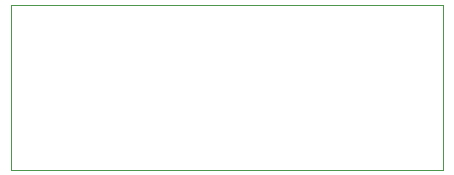
<source format=gko>
G04 Layer_Color=16711935*
%FSLAX25Y25*%
%MOIN*%
G70*
G01*
G75*
%ADD65C,0.00394*%
D65*
X-295Y197D02*
X143602D01*
Y-39075D02*
Y197D01*
X143602Y-54921D02*
Y-39075D01*
X-295Y-54921D02*
Y197D01*
Y-54921D02*
X143602D01*
M02*

</source>
